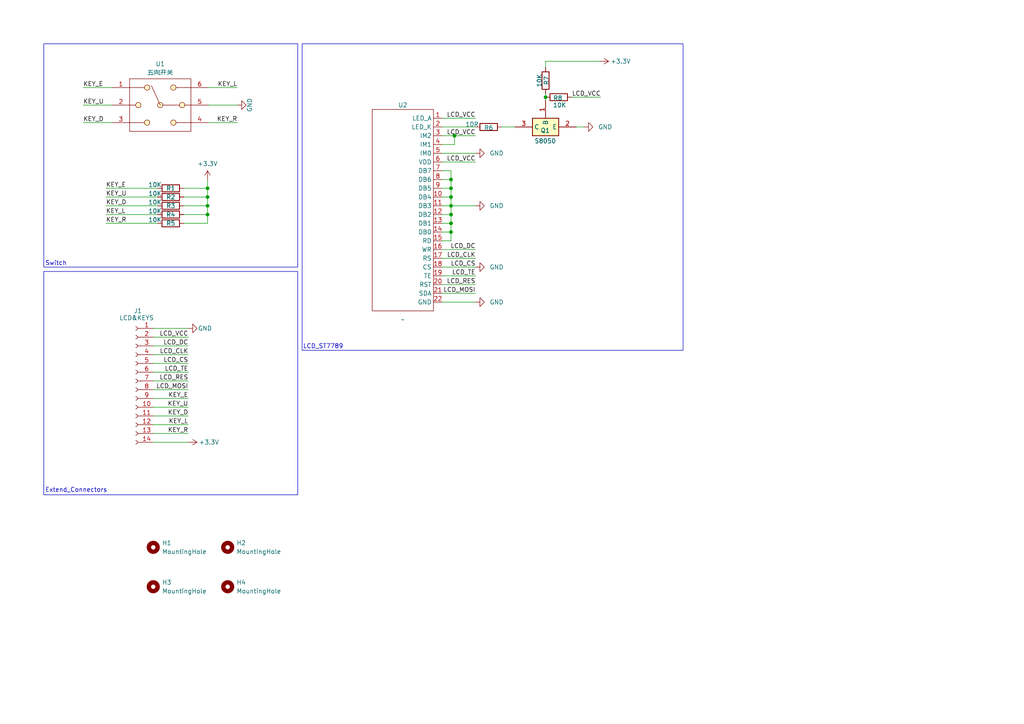
<source format=kicad_sch>
(kicad_sch (version 20231120) (generator "eeschema") (generator_version "8.0")
  (paper "A4")
  (lib_symbols
    (symbol "Connector:Conn_01x14_Socket" (pin_names (offset 1.016) hide)
      (property "Reference" "J" (at 0 17.78 0))
      (property "Value" "Conn_01x14_Socket" (at 0 -20.32 0))
      (symbol "Conn_01x14_Socket_1_1"
        (arc (start 0 -17.272) (mid -0.5058 -17.78) (end 0 -18.288) (stroke (width 0.1524)))
        (arc (start 0 -14.732) (mid -0.5058 -15.24) (end 0 -15.748) (stroke (width 0.1524)))
        (arc (start 0 -12.192) (mid -0.5058 -12.7) (end 0 -13.208) (stroke (width 0.1524)))
        (arc (start 0 -9.652) (mid -0.5058 -10.16) (end 0 -10.668) (stroke (width 0.1524)))
        (arc (start 0 -7.112) (mid -0.5058 -7.62) (end 0 -8.128) (stroke (width 0.1524)))
        (arc (start 0 -4.572) (mid -0.5058 -5.08) (end 0 -5.588) (stroke (width 0.1524)))
        (arc (start 0 -2.032) (mid -0.5058 -2.54) (end 0 -3.048) (stroke (width 0.1524)))
        (polyline (pts (xy -1.27 -17.78) (xy -0.508 -17.78)) (stroke (width 0.1524)))
        (polyline (pts (xy -1.27 -15.24) (xy -0.508 -15.24)) (stroke (width 0.1524)))
        (polyline (pts (xy -1.27 -12.7) (xy -0.508 -12.7)) (stroke (width 0.1524)))
        (polyline (pts (xy -1.27 -10.16) (xy -0.508 -10.16)) (stroke (width 0.1524)))
        (polyline (pts (xy -1.27 -7.62) (xy -0.508 -7.62)) (stroke (width 0.1524)))
        (polyline (pts (xy -1.27 -5.08) (xy -0.508 -5.08)) (stroke (width 0.1524)))
        (polyline (pts (xy -1.27 -2.54) (xy -0.508 -2.54)) (stroke (width 0.1524)))
        (polyline (pts (xy -1.27 0) (xy -0.508 0)) (stroke (width 0.1524)))
        (polyline (pts (xy -1.27 2.54) (xy -0.508 2.54)) (stroke (width 0.1524)))
        (polyline (pts (xy -1.27 5.08) (xy -0.508 5.08)) (stroke (width 0.1524)))
        (polyline (pts (xy -1.27 7.62) (xy -0.508 7.62)) (stroke (width 0.1524)))
        (polyline (pts (xy -1.27 10.16) (xy -0.508 10.16)) (stroke (width 0.1524)))
        (polyline (pts (xy -1.27 12.7) (xy -0.508 12.7)) (stroke (width 0.1524)))
        (polyline (pts (xy -1.27 15.24) (xy -0.508 15.24)) (stroke (width 0.1524)))
        (arc (start 0 0.508) (mid -0.5058 0) (end 0 -0.508) (stroke (width 0.1524)))
        (arc (start 0 3.048) (mid -0.5058 2.54) (end 0 2.032) (stroke (width 0.1524)))
        (arc (start 0 5.588) (mid -0.5058 5.08) (end 0 4.572) (stroke (width 0.1524)))
        (arc (start 0 8.128) (mid -0.5058 7.62) (end 0 7.112) (stroke (width 0.1524)))
        (arc (start 0 10.668) (mid -0.5058 10.16) (end 0 9.652) (stroke (width 0.1524)))
        (arc (start 0 13.208) (mid -0.5058 12.7) (end 0 12.192) (stroke (width 0.1524)))
        (arc (start 0 15.748) (mid -0.5058 15.24) (end 0 14.732) (stroke (width 0.1524)))
        (pin passive line (at -5.08 15.24 0) (length 3.81) (name "Pin_1") (number "1"))
        (pin passive line (at -5.08 -7.62 0) (length 3.81) (name "Pin_10") (number "10"))
        (pin passive line (at -5.08 -10.16 0) (length 3.81) (name "Pin_11") (number "11"))
        (pin passive line (at -5.08 -12.7 0) (length 3.81) (name "Pin_12") (number "12"))
        (pin passive line (at -5.08 -15.24 0) (length 3.81) (name "Pin_13") (number "13"))
        (pin passive line (at -5.08 -17.78 0) (length 3.81) (name "Pin_14") (number "14"))
        (pin passive line (at -5.08 12.7 0) (length 3.81) (name "Pin_2") (number "2"))
        (pin passive line (at -5.08 10.16 0) (length 3.81) (name "Pin_3") (number "3"))
        (pin passive line (at -5.08 7.62 0) (length 3.81) (name "Pin_4") (number "4"))
        (pin passive line (at -5.08 5.08 0) (length 3.81) (name "Pin_5") (number "5"))
        (pin passive line (at -5.08 2.54 0) (length 3.81) (name "Pin_6") (number "6"))
        (pin passive line (at -5.08 0 0) (length 3.81) (name "Pin_7") (number "7"))
        (pin passive line (at -5.08 -2.54 0) (length 3.81) (name "Pin_8") (number "8"))
        (pin passive line (at -5.08 -5.08 0) (length 3.81) (name "Pin_9") (number "9"))
      )
    )
    (symbol "Device:R" (pin_numbers hide) (pin_names (offset 0))
      (property "Reference" "R" (at 2.032 0 90))
      (property "Value" "R" (at 0 0 90))
      (symbol "R_0_1"
        (rectangle (start -1.016 -2.54) (end 1.016 2.54) (stroke (width 0.254)))
      )
      (symbol "R_1_1"
        (pin passive line (at 0 3.81 270) (length 1.27) (name "~") (number "1"))
        (pin passive line (at 0 -3.81 90) (length 1.27) (name "~") (number "2"))
      )
    )
    (symbol "Mechanical:MountingHole" (pin_names (offset 1.016))
      (property "Reference" "H" (at 0 5.08 0))
      (property "Value" "MountingHole" (at 0 3.175 0))
      (symbol "MountingHole_0_1"
        (circle (center 0 0) (radius 1.27) (stroke (width 1.27)))
      )
    )
    (symbol "MyLib:ZJY200K-IF05"
      (property "Reference" "U" (at 0 -34.29 0))
      (symbol "ZJY200K-IF05_0_1"
        (rectangle (start -8.89 26.67) (end 8.89 -31.75))
      )
      (symbol "ZJY200K-IF05_1_1"
        (pin input line (at 11.43 24.13 180) (length 2.54) (name "LED_A") (number "1"))
        (pin input line (at 11.43 1.27 180) (length 2.54) (name "DB4") (number "10"))
        (pin input line (at 11.43 -1.27 180) (length 2.54) (name "DB3") (number "11"))
        (pin input line (at 11.43 -3.81 180) (length 2.54) (name "DB2") (number "12"))
        (pin input line (at 11.43 -6.35 180) (length 2.54) (name "DB1") (number "13"))
        (pin input line (at 11.43 -8.89 180) (length 2.54) (name "DB0") (number "14"))
        (pin input line (at 11.43 -11.43 180) (length 2.54) (name "RD") (number "15"))
        (pin input line (at 11.43 -13.97 180) (length 2.54) (name "WR") (number "16"))
        (pin input line (at 11.43 -16.51 180) (length 2.54) (name "RS") (number "17"))
        (pin input line (at 11.43 -19.05 180) (length 2.54) (name "CS") (number "18"))
        (pin input line (at 11.43 -21.59 180) (length 2.54) (name "TE") (number "19"))
        (pin input line (at 11.43 21.59 180) (length 2.54) (name "LED_K") (number "2"))
        (pin input line (at 11.43 -24.13 180) (length 2.54) (name "RST") (number "20"))
        (pin input line (at 11.43 -26.67 180) (length 2.54) (name "SDA") (number "21"))
        (pin input line (at 11.43 -29.21 180) (length 2.54) (name "GND") (number "22"))
        (pin input line (at 11.43 19.05 180) (length 2.54) (name "IM2") (number "3"))
        (pin input line (at 11.43 16.51 180) (length 2.54) (name "IM1") (number "4"))
        (pin input line (at 11.43 13.97 180) (length 2.54) (name "IM0") (number "5"))
        (pin input line (at 11.43 11.43 180) (length 2.54) (name "VDD") (number "6"))
        (pin input line (at 11.43 8.89 180) (length 2.54) (name "DB7") (number "7"))
        (pin input line (at 11.43 6.35 180) (length 2.54) (name "DB6") (number "8"))
        (pin input line (at 11.43 3.81 180) (length 2.54) (name "DB5") (number "9"))
      )
    )
    (symbol "SamacSys_Parts:S8050"
      (property "Reference" "Q" (at 16.51 7.62 0))
      (property "Value" "S8050" (at 16.51 5.08 0))
      (symbol "S8050_1_1"
        (rectangle (start 5.08 1.27) (end 12.7 -3.81) (stroke (width 0.254)) (fill (type background)))
        (pin passive line (at 8.89 -8.89 90) (length 5.08) (name "B") (number "1"))
        (pin passive line (at 0 -1.27 0) (length 5.08) (name "E") (number "2"))
        (pin passive line (at 17.78 -1.27 180) (length 5.08) (name "C") (number "3"))
      )
    )
    (symbol "kicad_lceda:五向开关" (pin_names (offset 1.016) hide)
      (property "Reference" "U" (at 0 10.287 0))
      (property "Value" "五向开关" (at 0 15.367 0))
      (symbol "五向开关_1_1"
        (rectangle (start -8.89 7.62) (end 8.89 -7.62) (stroke (width 0.1524)))
        (circle (center -6.35 0) (radius 0.762) (stroke (width 0.1524)) (fill (type background)))
        (circle (center -3.81 -5.08) (radius 0.762) (stroke (width 0.1524)) (fill (type background)))
        (circle (center -3.81 5.08) (radius 0.762) (stroke (width 0.1524)) (fill (type background)))
        (polyline (pts (xy -8.89 -5.08) (xy -7.62 -5.08)) (stroke (width 0.1524)))
        (polyline (pts (xy -7.62 0) (xy -8.89 0)) (stroke (width 0.1524)))
        (polyline (pts (xy -7.62 0) (xy -7.62 0)) (stroke (width 0.1524)))
        (polyline (pts (xy -7.62 0) (xy -7.112 0)) (stroke (width 0.1524)))
        (polyline (pts (xy -5.08 -5.08) (xy -7.62 -5.08)) (stroke (width 0.1524)))
        (polyline (pts (xy -5.08 -5.08) (xy -4.572 -5.08)) (stroke (width 0.1524)))
        (polyline (pts (xy -5.08 5.08) (xy -8.89 5.08)) (stroke (width 0.1524)))
        (polyline (pts (xy -5.08 5.08) (xy -4.572 5.08)) (stroke (width 0.1524)))
        (polyline (pts (xy 0 0) (xy -2.54 5.588)) (stroke (width 0.1524)))
        (polyline (pts (xy 4.572 -5.08) (xy 5.08 -5.08)) (stroke (width 0.1524)))
        (polyline (pts (xy 4.572 5.08) (xy 5.08 5.08)) (stroke (width 0.1524)))
        (polyline (pts (xy 5.08 -5.08) (xy 8.89 -5.08)) (stroke (width 0.1524)))
        (polyline (pts (xy 5.08 5.08) (xy 7.62 5.08)) (stroke (width 0.1524)))
        (polyline (pts (xy 5.588 0) (xy 0.762 0)) (stroke (width 0.1524)))
        (polyline (pts (xy 7.112 0) (xy 7.62 0)) (stroke (width 0.1524)))
        (polyline (pts (xy 7.62 0) (xy 8.89 0)) (stroke (width 0.1524)))
        (polyline (pts (xy 8.89 5.08) (xy 7.62 5.08)) (stroke (width 0.1524)))
        (circle (center 0 0) (radius 0.762) (stroke (width 0.1524)) (fill (type background)))
        (circle (center 3.81 -5.08) (radius 0.762) (stroke (width 0.1524)) (fill (type background)))
        (circle (center 3.81 5.08) (radius 0.762) (stroke (width 0.1524)) (fill (type background)))
        (circle (center 6.35 0) (radius 0.762) (stroke (width 0.1524)) (fill (type background)))
        (pin input line (at -13.97 5.08 0) (length 5.08) (name "1") (number "1"))
        (pin input line (at -13.97 0 0) (length 5.08) (name "2") (number "2"))
        (pin input line (at -13.97 -5.08 0) (length 5.08) (name "3") (number "3"))
        (pin input line (at 13.97 -5.08 180) (length 5.08) (name "4") (number "4"))
        (pin input line (at 13.97 0 180) (length 5.08) (name "5") (number "5"))
        (pin input line (at 13.97 5.08 180) (length 5.08) (name "6") (number "6"))
      )
    )
    (symbol "power:+3.3V" (power) (pin_names (offset 0))
      (property "Value" "+3.3V" (at 0 3.556 0))
      (symbol "+3.3V_0_1"
        (polyline (pts (xy -0.762 1.27) (xy 0 2.54)))
        (polyline (pts (xy 0 0) (xy 0 2.54)))
        (polyline (pts (xy 0 2.54) (xy 0.762 1.27)))
      )
      (symbol "+3.3V_1_1"
        (pin power_in line (at 0 0 90) (length 0) hide (name "+3.3V") (number "1"))
      )
    )
    (symbol "power:GND" (power) (pin_names (offset 0))
      (property "Value" "GND" (at 0 -3.81 0))
      (symbol "GND_0_1"
        (polyline (pts (xy 0 0) (xy 0 -1.27) (xy 1.27 -1.27) (xy 0 -2.54) (xy -1.27 -1.27) (xy 0 -1.27)))
      )
      (symbol "GND_1_1"
        (pin power_in line (at 0 0 270) (length 0) hide (name "GND") (number "1"))
      )
    )
  )
  (junction (at 60.198 62.23))
  (junction (at 60.198 59.69))
  (junction (at 130.81 52.07))
  (junction (at 130.81 67.31))
  (junction (at 130.81 57.15))
  (junction (at 60.198 57.15))
  (junction (at 130.81 54.61))
  (junction (at 158.242 28.194))
  (junction (at 60.198 54.61))
  (junction (at 130.81 59.69))
  (junction (at 130.81 64.77))
  (junction (at 131.826 39.37))
  (junction (at 130.81 62.23))
  (wire (pts (xy 60.198 62.23) (xy 60.198 59.69)))
  (wire (pts (xy 30.734 54.61) (xy 45.72 54.61)))
  (wire (pts (xy 60.452 35.56) (xy 68.834 35.56)))
  (wire (pts (xy 158.242 17.78) (xy 173.99 17.78)))
  (wire (pts (xy 54.61 118.11) (xy 44.45 118.11)))
  (wire (pts (xy 149.352 36.83) (xy 145.542 36.83)))
  (wire (pts (xy 53.34 59.69) (xy 60.198 59.69)))
  (wire (pts (xy 128.27 85.09) (xy 137.922 85.09)))
  (wire (pts (xy 128.27 49.53) (xy 130.81 49.53)))
  (wire (pts (xy 137.922 46.99) (xy 128.27 46.99)))
  (wire (pts (xy 24.13 35.56) (xy 32.512 35.56)))
  (wire (pts (xy 131.826 39.37) (xy 137.922 39.37)))
  (wire (pts (xy 130.81 49.53) (xy 130.81 52.07)))
  (wire (pts (xy 128.27 59.69) (xy 130.81 59.69)))
  (wire (pts (xy 158.242 28.194) (xy 158.242 29.21)))
  (wire (pts (xy 54.61 120.65) (xy 44.45 120.65)))
  (wire (pts (xy 128.27 67.31) (xy 130.81 67.31)))
  (wire (pts (xy 128.27 52.07) (xy 130.81 52.07)))
  (wire (pts (xy 30.734 62.23) (xy 45.72 62.23)))
  (wire (pts (xy 131.826 41.91) (xy 131.826 39.37)))
  (wire (pts (xy 53.34 64.77) (xy 60.198 64.77)))
  (wire (pts (xy 54.61 115.57) (xy 44.45 115.57)))
  (wire (pts (xy 128.27 62.23) (xy 130.81 62.23)))
  (wire (pts (xy 54.61 128.27) (xy 44.45 128.27)))
  (wire (pts (xy 158.242 27.178) (xy 158.242 28.194)))
  (wire (pts (xy 53.34 57.15) (xy 60.198 57.15)))
  (wire (pts (xy 128.27 39.37) (xy 131.826 39.37)))
  (wire (pts (xy 137.922 59.69) (xy 130.81 59.69)))
  (wire (pts (xy 137.922 44.45) (xy 128.27 44.45)))
  (wire (pts (xy 60.452 25.4) (xy 68.834 25.4)))
  (wire (pts (xy 54.61 125.73) (xy 44.45 125.73)))
  (wire (pts (xy 44.45 97.79) (xy 54.61 97.79)))
  (wire (pts (xy 54.61 123.19) (xy 44.45 123.19)))
  (wire (pts (xy 60.198 62.23) (xy 60.198 64.77)))
  (wire (pts (xy 24.13 30.48) (xy 32.512 30.48)))
  (wire (pts (xy 60.198 57.15) (xy 60.198 54.61)))
  (wire (pts (xy 130.81 57.15) (xy 130.81 59.69)))
  (wire (pts (xy 30.734 64.77) (xy 45.72 64.77)))
  (wire (pts (xy 169.418 36.83) (xy 167.132 36.83)))
  (wire (pts (xy 130.81 62.23) (xy 130.81 64.77)))
  (wire (pts (xy 128.27 72.39) (xy 137.922 72.39)))
  (wire (pts (xy 128.27 34.29) (xy 137.922 34.29)))
  (wire (pts (xy 53.34 54.61) (xy 60.198 54.61)))
  (wire (pts (xy 130.81 54.61) (xy 130.81 57.15)))
  (wire (pts (xy 60.452 30.48) (xy 68.834 30.48)))
  (wire (pts (xy 130.81 67.31) (xy 130.81 69.85)))
  (wire (pts (xy 130.81 64.77) (xy 130.81 67.31)))
  (wire (pts (xy 128.27 64.77) (xy 130.81 64.77)))
  (wire (pts (xy 128.27 57.15) (xy 130.81 57.15)))
  (wire (pts (xy 128.27 82.55) (xy 137.922 82.55)))
  (wire (pts (xy 128.27 77.47) (xy 137.922 77.47)))
  (wire (pts (xy 174.244 28.194) (xy 165.862 28.194)))
  (wire (pts (xy 30.734 57.15) (xy 45.72 57.15)))
  (wire (pts (xy 54.61 110.49) (xy 44.45 110.49)))
  (wire (pts (xy 158.242 17.78) (xy 158.242 19.558)))
  (wire (pts (xy 60.198 54.61) (xy 60.198 52.07)))
  (wire (pts (xy 54.61 107.95) (xy 44.45 107.95)))
  (wire (pts (xy 130.81 52.07) (xy 130.81 54.61)))
  (wire (pts (xy 30.734 59.69) (xy 45.72 59.69)))
  (wire (pts (xy 53.34 62.23) (xy 60.198 62.23)))
  (wire (pts (xy 24.13 25.4) (xy 32.512 25.4)))
  (wire (pts (xy 54.61 95.25) (xy 44.45 95.25)))
  (wire (pts (xy 54.61 100.33) (xy 44.45 100.33)))
  (wire (pts (xy 130.81 59.69) (xy 130.81 62.23)))
  (wire (pts (xy 128.27 69.85) (xy 130.81 69.85)))
  (wire (pts (xy 137.922 87.63) (xy 128.27 87.63)))
  (wire (pts (xy 128.27 36.83) (xy 137.922 36.83)))
  (wire (pts (xy 54.61 102.87) (xy 44.45 102.87)))
  (wire (pts (xy 128.27 80.01) (xy 137.922 80.01)))
  (wire (pts (xy 60.198 59.69) (xy 60.198 57.15)))
  (wire (pts (xy 128.27 74.93) (xy 137.922 74.93)))
  (wire (pts (xy 54.61 105.41) (xy 44.45 105.41)))
  (wire (pts (xy 128.27 41.91) (xy 131.826 41.91)))
  (wire (pts (xy 54.61 113.03) (xy 44.45 113.03)))
  (wire (pts (xy 128.27 54.61) (xy 130.81 54.61)))
  (rectangle (start 12.7 12.7) (end 86.36 77.47))
  (rectangle (start 12.7 78.74) (end 86.36 143.51))
  (rectangle (start 87.63 12.7) (end 198.12 101.6))
  (text "Extend_Connectors" (at 22.098 142.24 0) (effects (font (size 1.27 1.27))))
  (text "LCD_ST7789" (at 93.726 100.584 0) (effects (font (size 1.27 1.27))))
  (text "Switch" (at 16.256 76.454 0) (effects (font (size 1.27 1.27))))
  (label "KEY_U" (at 30.734 57.15 0))
  (label "LCD_DC" (at 54.61 100.33 180))
  (label "KEY_L" (at 54.61 123.19 180))
  (label "KEY_D" (at 54.61 120.65 180))
  (label "KEY_E" (at 24.13 25.4 0))
  (label "LCD_CLK" (at 54.61 102.87 180))
  (label "KEY_E" (at 54.61 115.57 180))
  (label "LCD_VCC" (at 137.922 34.29 180))
  (label "LCD_VCC" (at 54.61 97.79 180))
  (label "KEY_D" (at 24.13 35.56 0))
  (label "KEY_R" (at 30.734 64.77 0))
  (label "LCD_MOSI" (at 54.61 113.03 180))
  (label "KEY_L" (at 68.834 25.4 180))
  (label "LCD_CLK" (at 137.922 74.93 180))
  (label "LCD_DC" (at 137.922 72.39 180))
  (label "KEY_U" (at 24.13 30.48 0))
  (label "KEY_U" (at 54.61 118.11 180))
  (label "LCD_RES" (at 54.61 110.49 180))
  (label "LCD_CS" (at 54.61 105.41 180))
  (label "KEY_D" (at 30.734 59.69 0))
  (label "LCD_RES" (at 137.922 82.55 180))
  (label "KEY_R" (at 54.61 125.73 180))
  (label "LCD_VCC" (at 137.922 39.37 180))
  (label "LCD_CS" (at 137.922 77.47 180))
  (label "LCD_TE" (at 54.61 107.95 180))
  (label "KEY_R" (at 68.834 35.56 180))
  (label "LCD_MOSI" (at 137.922 85.09 180))
  (label "KEY_E" (at 30.734 54.61 0))
  (label "KEY_L" (at 30.734 62.23 0))
  (label "LCD_TE" (at 137.922 80.01 180))
  (label "LCD_VCC" (at 174.244 28.194 180))
  (label "LCD_VCC" (at 137.922 46.99 180))
  (symbol (lib_id "Device:R") (at 49.53 62.23 90) (unit 1)
    (property "Reference" "R4" (at 49.53 62.23 90))
    (property "Value" "10K" (at 44.958 61.214 90))
    (property "Footprint" "Resistor_SMD:R_0603_1608Metric" (effects (hide yes)))
  )
  (symbol (lib_id "power:+3.3V") (at 173.99 17.78 270) (unit 1)
    (property "Reference" "#PWR010" (effects (hide yes)))
    (property "Value" "+3.3V" (at 177.038 17.78 90) (effects (justify left)))
  )
  (symbol (lib_id "Mechanical:MountingHole") (at 66.04 158.75 0) (unit 1)
    (property "Reference" "H2" (at 68.58 157.4799 0) (effects (justify left)))
    (property "Value" "MountingHole" (at 68.58 160.0199 0) (effects (justify left)))
    (property "Footprint" "MountingHole:MountingHole_2.2mm_M2" (effects (hide yes)))
    (property "Description" "Mounting Hole without connection" (effects (hide yes)))
  )
  (symbol (lib_id "Device:R") (at 49.53 54.61 90) (unit 1)
    (property "Reference" "R1" (at 49.53 54.61 90))
    (property "Value" "10K" (at 44.958 53.594 90))
    (property "Footprint" "Resistor_SMD:R_0603_1608Metric" (effects (hide yes)))
  )
  (symbol (lib_id "kicad_lceda:五向开关") (at 46.482 30.48 0) (unit 1)
    (property "Reference" "U1" (at 46.482 18.542 0))
    (property "Value" "五向开关" (at 46.482 21.082 0))
    (property "Footprint" "kicad_lceda:五向开关" (effects (hide yes)))
    (property "uuid" "std:ca57e0c0030d407baa18d8fb08b4c3cc" (effects (hide yes)))
  )
  (symbol (lib_id "power:+3.3V") (at 60.198 52.07 0) (unit 1)
    (property "Reference" "#PWR01" (effects (hide yes)))
    (property "Value" "+3.3V" (at 60.198 47.498 0))
  )
  (symbol (lib_id "power:GND") (at 137.922 59.69 90) (unit 1)
    (property "Reference" "#PWR04" (effects (hide yes)))
    (property "Value" "GND" (at 141.986 59.69 90) (effects (justify right)))
  )
  (symbol (lib_id "SamacSys_Parts:S8050") (at 167.132 38.1 180) (unit 1)
    (property "Reference" "Q1" (at 159.512 37.846 0) (effects (justify left)))
    (property "Value" "S8050" (at 161.29 40.894 0) (effects (justify left)))
    (property "Footprint" "SOT95P240X115-3N" (effects (hide yes)))
    (property "Datasheet" "https://datasheet.lcsc.com/szlcsc/Yenji-Elec-S8050_C139514.pdf" (effects (hide yes)))
    (property "Height" "1.15" (effects (hide yes)))
    (property "Manufacturer_Name" "Yenji Elec" (effects (hide yes)))
    (property "Manufacturer_Part_Number" "S8050" (effects (hide yes)))
  )
  (symbol (lib_id "MyLib:ZJY200K-IF05") (at 116.84 58.42 0) (unit 1)
    (property "Reference" "U2" (at 116.84 30.48 0))
    (property "Value" "~" (at 116.84 92.71 0))
    (property "Footprint" "Library:ZJY200K-IF05" (effects (hide yes)))
  )
  (symbol (lib_id "power:GND") (at 169.418 36.83 90) (unit 1)
    (property "Reference" "#PWR07" (effects (hide yes)))
    (property "Value" "GND" (at 173.482 36.83 90) (effects (justify right)))
  )
  (symbol (lib_id "power:GND") (at 54.61 95.25 90) (unit 1)
    (property "Reference" "#PWR08" (effects (hide yes)))
    (property "Value" "GND" (at 57.404 95.25 90) (effects (justify right)))
  )
  (symbol (lib_id "Mechanical:MountingHole") (at 66.04 170.18 0) (unit 1)
    (property "Reference" "H4" (at 68.58 168.9099 0) (effects (justify left)))
    (property "Value" "MountingHole" (at 68.58 171.4499 0) (effects (justify left)))
    (property "Footprint" "MountingHole:MountingHole_2.2mm_M2" (effects (hide yes)))
    (property "Description" "Mounting Hole without connection" (effects (hide yes)))
  )
  (symbol (lib_id "Device:R") (at 49.53 57.15 90) (unit 1)
    (property "Reference" "R2" (at 49.53 57.15 90))
    (property "Value" "10K" (at 44.958 56.134 90))
    (property "Footprint" "Resistor_SMD:R_0603_1608Metric" (effects (hide yes)))
  )
  (symbol (lib_id "Device:R") (at 49.53 64.77 90) (unit 1)
    (property "Reference" "R5" (at 49.53 64.77 90))
    (property "Value" "10K" (at 44.958 63.754 90))
    (property "Footprint" "Resistor_SMD:R_0603_1608Metric" (effects (hide yes)))
  )
  (symbol (lib_id "power:GND") (at 137.922 87.63 90) (unit 1)
    (property "Reference" "#PWR06" (effects (hide yes)))
    (property "Value" "GND" (at 141.986 87.63 90) (effects (justify right)))
  )
  (symbol (lib_id "power:GND") (at 137.922 77.47 90) (unit 1)
    (property "Reference" "#PWR05" (effects (hide yes)))
    (property "Value" "GND" (at 141.986 77.47 90) (effects (justify right)))
  )
  (symbol (lib_id "Connector:Conn_01x14_Socket") (at 39.37 110.49 0) (mirror y) (unit 1)
    (property "Reference" "J1" (at 40.005 90.17 0))
    (property "Value" "LCD&KEYS" (at 39.624 92.202 0))
    (property "Footprint" "Connector_FFC-FPC:Hirose_FH12-14S-0.5SH_1x14-1MP_P0.50mm_Horizontal" (effects (hide yes)))
    (property "Description" "Generic connector, single row, 01x14, script generated" (effects (hide yes)))
  )
  (symbol (lib_id "power:GND") (at 137.922 44.45 90) (unit 1)
    (property "Reference" "#PWR03" (effects (hide yes)))
    (property "Value" "GND" (at 141.986 44.45 90) (effects (justify right)))
  )
  (symbol (lib_id "Device:R") (at 162.052 28.194 270) (unit 1)
    (property "Reference" "R8" (at 161.798 28.448 90))
    (property "Value" "10K" (at 162.306 30.48 90))
    (property "Footprint" "Resistor_SMD:R_0603_1608Metric" (effects (hide yes)))
  )
  (symbol (lib_id "power:GND") (at 68.834 30.48 90) (unit 1)
    (property "Reference" "#PWR02" (effects (hide yes)))
    (property "Value" "GND" (at 72.39 30.48 0))
  )
  (symbol (lib_id "Device:R") (at 49.53 59.69 90) (unit 1)
    (property "Reference" "R3" (at 49.53 59.69 90))
    (property "Value" "10K" (at 44.958 58.674 90))
    (property "Footprint" "Resistor_SMD:R_0603_1608Metric" (effects (hide yes)))
  )
  (symbol (lib_id "power:+3.3V") (at 54.61 128.27 270) (unit 1)
    (property "Reference" "#PWR09" (effects (hide yes)))
    (property "Value" "+3.3V" (at 57.658 128.27 90) (effects (justify left)))
  )
  (symbol (lib_id "Device:R") (at 158.242 23.368 180) (unit 1)
    (property "Reference" "R7" (at 158.496 23.368 90))
    (property "Value" "10K" (at 156.464 23.368 90))
    (property "Footprint" "Resistor_SMD:R_0603_1608Metric" (effects (hide yes)))
  )
  (symbol (lib_id "Mechanical:MountingHole") (at 44.45 170.18 0) (unit 1)
    (property "Reference" "H3" (at 46.99 168.9099 0) (effects (justify left)))
    (property "Value" "MountingHole" (at 46.99 171.4499 0) (effects (justify left)))
    (property "Footprint" "MountingHole:MountingHole_2.2mm_M2" (effects (hide yes)))
    (property "Description" "Mounting Hole without connection" (effects (hide yes)))
  )
  (symbol (lib_id "Device:R") (at 141.732 36.83 90) (unit 1)
    (property "Reference" "R6" (at 141.732 37.084 90))
    (property "Value" "10R" (at 136.906 36.068 90))
    (property "Footprint" "Resistor_SMD:R_0603_1608Metric" (effects (hide yes)))
  )
  (symbol (lib_id "Mechanical:MountingHole") (at 44.45 158.75 0) (unit 1)
    (property "Reference" "H1" (at 46.99 157.4799 0) (effects (justify left)))
    (property "Value" "MountingHole" (at 46.99 160.0199 0) (effects (justify left)))
    (property "Footprint" "MountingHole:MountingHole_2.2mm_M2" (effects (hide yes)))
    (property "Description" "Mounting Hole without connection" (effects (hide yes)))
  )
)
</source>
